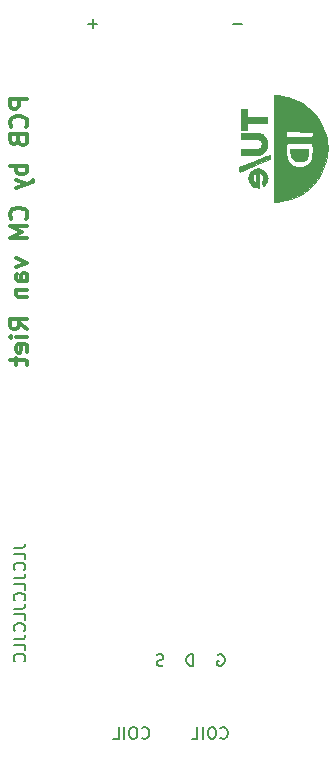
<source format=gbr>
G04 #@! TF.GenerationSoftware,KiCad,Pcbnew,(5.1.5)-3*
G04 #@! TF.CreationDate,2022-07-19T15:35:49+02:00*
G04 #@! TF.ProjectId,Wireless LEDs,57697265-6c65-4737-9320-4c4544732e6b,rev?*
G04 #@! TF.SameCoordinates,Original*
G04 #@! TF.FileFunction,Legend,Bot*
G04 #@! TF.FilePolarity,Positive*
%FSLAX46Y46*%
G04 Gerber Fmt 4.6, Leading zero omitted, Abs format (unit mm)*
G04 Created by KiCad (PCBNEW (5.1.5)-3) date 2022-07-19 15:35:49*
%MOMM*%
%LPD*%
G04 APERTURE LIST*
%ADD10C,0.150000*%
%ADD11C,0.300000*%
%ADD12C,0.010000*%
G04 APERTURE END LIST*
D10*
X28452380Y-63580952D02*
X29166666Y-63580952D01*
X29309523Y-63533333D01*
X29404761Y-63438095D01*
X29452380Y-63295238D01*
X29452380Y-63200000D01*
X29452380Y-64533333D02*
X29452380Y-64057142D01*
X28452380Y-64057142D01*
X29357142Y-65438095D02*
X29404761Y-65390476D01*
X29452380Y-65247619D01*
X29452380Y-65152380D01*
X29404761Y-65009523D01*
X29309523Y-64914285D01*
X29214285Y-64866666D01*
X29023809Y-64819047D01*
X28880952Y-64819047D01*
X28690476Y-64866666D01*
X28595238Y-64914285D01*
X28500000Y-65009523D01*
X28452380Y-65152380D01*
X28452380Y-65247619D01*
X28500000Y-65390476D01*
X28547619Y-65438095D01*
X28452380Y-66152380D02*
X29166666Y-66152380D01*
X29309523Y-66104761D01*
X29404761Y-66009523D01*
X29452380Y-65866666D01*
X29452380Y-65771428D01*
X29452380Y-67104761D02*
X29452380Y-66628571D01*
X28452380Y-66628571D01*
X29357142Y-68009523D02*
X29404761Y-67961904D01*
X29452380Y-67819047D01*
X29452380Y-67723809D01*
X29404761Y-67580952D01*
X29309523Y-67485714D01*
X29214285Y-67438095D01*
X29023809Y-67390476D01*
X28880952Y-67390476D01*
X28690476Y-67438095D01*
X28595238Y-67485714D01*
X28500000Y-67580952D01*
X28452380Y-67723809D01*
X28452380Y-67819047D01*
X28500000Y-67961904D01*
X28547619Y-68009523D01*
X28452380Y-68723809D02*
X29166666Y-68723809D01*
X29309523Y-68676190D01*
X29404761Y-68580952D01*
X29452380Y-68438095D01*
X29452380Y-68342857D01*
X29452380Y-69676190D02*
X29452380Y-69200000D01*
X28452380Y-69200000D01*
X29357142Y-70580952D02*
X29404761Y-70533333D01*
X29452380Y-70390476D01*
X29452380Y-70295238D01*
X29404761Y-70152380D01*
X29309523Y-70057142D01*
X29214285Y-70009523D01*
X29023809Y-69961904D01*
X28880952Y-69961904D01*
X28690476Y-70009523D01*
X28595238Y-70057142D01*
X28500000Y-70152380D01*
X28452380Y-70295238D01*
X28452380Y-70390476D01*
X28500000Y-70533333D01*
X28547619Y-70580952D01*
X28452380Y-71295238D02*
X29166666Y-71295238D01*
X29309523Y-71247619D01*
X29404761Y-71152380D01*
X29452380Y-71009523D01*
X29452380Y-70914285D01*
X29452380Y-72247619D02*
X29452380Y-71771428D01*
X28452380Y-71771428D01*
X29357142Y-73152380D02*
X29404761Y-73104761D01*
X29452380Y-72961904D01*
X29452380Y-72866666D01*
X29404761Y-72723809D01*
X29309523Y-72628571D01*
X29214285Y-72580952D01*
X29023809Y-72533333D01*
X28880952Y-72533333D01*
X28690476Y-72580952D01*
X28595238Y-72628571D01*
X28500000Y-72723809D01*
X28452380Y-72866666D01*
X28452380Y-72961904D01*
X28500000Y-73104761D01*
X28547619Y-73152380D01*
X43661904Y-73552380D02*
X43661904Y-72552380D01*
X43423809Y-72552380D01*
X43280952Y-72600000D01*
X43185714Y-72695238D01*
X43138095Y-72790476D01*
X43090476Y-72980952D01*
X43090476Y-73123809D01*
X43138095Y-73314285D01*
X43185714Y-73409523D01*
X43280952Y-73504761D01*
X43423809Y-73552380D01*
X43661904Y-73552380D01*
X45738095Y-72600000D02*
X45833333Y-72552380D01*
X45976190Y-72552380D01*
X46119047Y-72600000D01*
X46214285Y-72695238D01*
X46261904Y-72790476D01*
X46309523Y-72980952D01*
X46309523Y-73123809D01*
X46261904Y-73314285D01*
X46214285Y-73409523D01*
X46119047Y-73504761D01*
X45976190Y-73552380D01*
X45880952Y-73552380D01*
X45738095Y-73504761D01*
X45690476Y-73457142D01*
X45690476Y-73123809D01*
X45880952Y-73123809D01*
X41135714Y-73504761D02*
X40992857Y-73552380D01*
X40754761Y-73552380D01*
X40659523Y-73504761D01*
X40611904Y-73457142D01*
X40564285Y-73361904D01*
X40564285Y-73266666D01*
X40611904Y-73171428D01*
X40659523Y-73123809D01*
X40754761Y-73076190D01*
X40945238Y-73028571D01*
X41040476Y-72980952D01*
X41088095Y-72933333D01*
X41135714Y-72838095D01*
X41135714Y-72742857D01*
X41088095Y-72647619D01*
X41040476Y-72600000D01*
X40945238Y-72552380D01*
X40707142Y-72552380D01*
X40564285Y-72600000D01*
X45957142Y-79657142D02*
X46004761Y-79704761D01*
X46147619Y-79752380D01*
X46242857Y-79752380D01*
X46385714Y-79704761D01*
X46480952Y-79609523D01*
X46528571Y-79514285D01*
X46576190Y-79323809D01*
X46576190Y-79180952D01*
X46528571Y-78990476D01*
X46480952Y-78895238D01*
X46385714Y-78800000D01*
X46242857Y-78752380D01*
X46147619Y-78752380D01*
X46004761Y-78800000D01*
X45957142Y-78847619D01*
X45338095Y-78752380D02*
X45147619Y-78752380D01*
X45052380Y-78800000D01*
X44957142Y-78895238D01*
X44909523Y-79085714D01*
X44909523Y-79419047D01*
X44957142Y-79609523D01*
X45052380Y-79704761D01*
X45147619Y-79752380D01*
X45338095Y-79752380D01*
X45433333Y-79704761D01*
X45528571Y-79609523D01*
X45576190Y-79419047D01*
X45576190Y-79085714D01*
X45528571Y-78895238D01*
X45433333Y-78800000D01*
X45338095Y-78752380D01*
X44480952Y-79752380D02*
X44480952Y-78752380D01*
X43528571Y-79752380D02*
X44004761Y-79752380D01*
X44004761Y-78752380D01*
X39307142Y-79657142D02*
X39354761Y-79704761D01*
X39497619Y-79752380D01*
X39592857Y-79752380D01*
X39735714Y-79704761D01*
X39830952Y-79609523D01*
X39878571Y-79514285D01*
X39926190Y-79323809D01*
X39926190Y-79180952D01*
X39878571Y-78990476D01*
X39830952Y-78895238D01*
X39735714Y-78800000D01*
X39592857Y-78752380D01*
X39497619Y-78752380D01*
X39354761Y-78800000D01*
X39307142Y-78847619D01*
X38688095Y-78752380D02*
X38497619Y-78752380D01*
X38402380Y-78800000D01*
X38307142Y-78895238D01*
X38259523Y-79085714D01*
X38259523Y-79419047D01*
X38307142Y-79609523D01*
X38402380Y-79704761D01*
X38497619Y-79752380D01*
X38688095Y-79752380D01*
X38783333Y-79704761D01*
X38878571Y-79609523D01*
X38926190Y-79419047D01*
X38926190Y-79085714D01*
X38878571Y-78895238D01*
X38783333Y-78800000D01*
X38688095Y-78752380D01*
X37830952Y-79752380D02*
X37830952Y-78752380D01*
X36878571Y-79752380D02*
X37354761Y-79752380D01*
X37354761Y-78752380D01*
X34769047Y-19171428D02*
X35530952Y-19171428D01*
X35150000Y-19552380D02*
X35150000Y-18790476D01*
X47019047Y-19171428D02*
X47780952Y-19171428D01*
D11*
X29628571Y-25557142D02*
X28128571Y-25557142D01*
X28128571Y-26128571D01*
X28200000Y-26271428D01*
X28271428Y-26342857D01*
X28414285Y-26414285D01*
X28628571Y-26414285D01*
X28771428Y-26342857D01*
X28842857Y-26271428D01*
X28914285Y-26128571D01*
X28914285Y-25557142D01*
X29485714Y-27914285D02*
X29557142Y-27842857D01*
X29628571Y-27628571D01*
X29628571Y-27485714D01*
X29557142Y-27271428D01*
X29414285Y-27128571D01*
X29271428Y-27057142D01*
X28985714Y-26985714D01*
X28771428Y-26985714D01*
X28485714Y-27057142D01*
X28342857Y-27128571D01*
X28200000Y-27271428D01*
X28128571Y-27485714D01*
X28128571Y-27628571D01*
X28200000Y-27842857D01*
X28271428Y-27914285D01*
X28842857Y-29057142D02*
X28914285Y-29271428D01*
X28985714Y-29342857D01*
X29128571Y-29414285D01*
X29342857Y-29414285D01*
X29485714Y-29342857D01*
X29557142Y-29271428D01*
X29628571Y-29128571D01*
X29628571Y-28557142D01*
X28128571Y-28557142D01*
X28128571Y-29057142D01*
X28200000Y-29200000D01*
X28271428Y-29271428D01*
X28414285Y-29342857D01*
X28557142Y-29342857D01*
X28700000Y-29271428D01*
X28771428Y-29200000D01*
X28842857Y-29057142D01*
X28842857Y-28557142D01*
X29628571Y-31200000D02*
X28128571Y-31200000D01*
X28700000Y-31200000D02*
X28628571Y-31342857D01*
X28628571Y-31628571D01*
X28700000Y-31771428D01*
X28771428Y-31842857D01*
X28914285Y-31914285D01*
X29342857Y-31914285D01*
X29485714Y-31842857D01*
X29557142Y-31771428D01*
X29628571Y-31628571D01*
X29628571Y-31342857D01*
X29557142Y-31200000D01*
X28628571Y-32414285D02*
X29628571Y-32771428D01*
X28628571Y-33128571D02*
X29628571Y-32771428D01*
X29985714Y-32628571D01*
X30057142Y-32557142D01*
X30128571Y-32414285D01*
X29485714Y-35699999D02*
X29557142Y-35628571D01*
X29628571Y-35414285D01*
X29628571Y-35271428D01*
X29557142Y-35057142D01*
X29414285Y-34914285D01*
X29271428Y-34842857D01*
X28985714Y-34771428D01*
X28771428Y-34771428D01*
X28485714Y-34842857D01*
X28342857Y-34914285D01*
X28200000Y-35057142D01*
X28128571Y-35271428D01*
X28128571Y-35414285D01*
X28200000Y-35628571D01*
X28271428Y-35699999D01*
X29628571Y-36342857D02*
X28128571Y-36342857D01*
X29200000Y-36842857D01*
X28128571Y-37342857D01*
X29628571Y-37342857D01*
X28628571Y-39057142D02*
X29628571Y-39414285D01*
X28628571Y-39771428D01*
X29628571Y-40985714D02*
X28842857Y-40985714D01*
X28700000Y-40914285D01*
X28628571Y-40771428D01*
X28628571Y-40485714D01*
X28700000Y-40342857D01*
X29557142Y-40985714D02*
X29628571Y-40842857D01*
X29628571Y-40485714D01*
X29557142Y-40342857D01*
X29414285Y-40271428D01*
X29271428Y-40271428D01*
X29128571Y-40342857D01*
X29057142Y-40485714D01*
X29057142Y-40842857D01*
X28985714Y-40985714D01*
X28628571Y-41700000D02*
X29628571Y-41700000D01*
X28771428Y-41700000D02*
X28700000Y-41771428D01*
X28628571Y-41914285D01*
X28628571Y-42128571D01*
X28700000Y-42271428D01*
X28842857Y-42342857D01*
X29628571Y-42342857D01*
X29628571Y-45057142D02*
X28914285Y-44557142D01*
X29628571Y-44200000D02*
X28128571Y-44200000D01*
X28128571Y-44771428D01*
X28200000Y-44914285D01*
X28271428Y-44985714D01*
X28414285Y-45057142D01*
X28628571Y-45057142D01*
X28771428Y-44985714D01*
X28842857Y-44914285D01*
X28914285Y-44771428D01*
X28914285Y-44200000D01*
X29628571Y-45700000D02*
X28628571Y-45700000D01*
X28128571Y-45700000D02*
X28200000Y-45628571D01*
X28271428Y-45700000D01*
X28200000Y-45771428D01*
X28128571Y-45700000D01*
X28271428Y-45700000D01*
X29557142Y-46985714D02*
X29628571Y-46842857D01*
X29628571Y-46557142D01*
X29557142Y-46414285D01*
X29414285Y-46342857D01*
X28842857Y-46342857D01*
X28700000Y-46414285D01*
X28628571Y-46557142D01*
X28628571Y-46842857D01*
X28700000Y-46985714D01*
X28842857Y-47057142D01*
X28985714Y-47057142D01*
X29128571Y-46342857D01*
X28628571Y-47485714D02*
X28628571Y-48057142D01*
X28128571Y-47700000D02*
X29414285Y-47700000D01*
X29557142Y-47771428D01*
X29628571Y-47914285D01*
X29628571Y-48057142D01*
D12*
G36*
X51891568Y-30086887D02*
G01*
X51913428Y-30291016D01*
X51956855Y-30453950D01*
X52025402Y-30582050D01*
X52122623Y-30681673D01*
X52252070Y-30759178D01*
X52272337Y-30768350D01*
X52343704Y-30796105D01*
X52414108Y-30813365D01*
X52498659Y-30822253D01*
X52612468Y-30824894D01*
X52672973Y-30824648D01*
X52793088Y-30820895D01*
X52901733Y-30812643D01*
X52984018Y-30801269D01*
X53016103Y-30792934D01*
X53151453Y-30720931D01*
X53255675Y-30619349D01*
X53330991Y-30484167D01*
X53379623Y-30311368D01*
X53403792Y-30096930D01*
X53404098Y-30091092D01*
X53417613Y-29826276D01*
X51877482Y-29826276D01*
X51891568Y-30086887D01*
G37*
X51891568Y-30086887D02*
X51913428Y-30291016D01*
X51956855Y-30453950D01*
X52025402Y-30582050D01*
X52122623Y-30681673D01*
X52252070Y-30759178D01*
X52272337Y-30768350D01*
X52343704Y-30796105D01*
X52414108Y-30813365D01*
X52498659Y-30822253D01*
X52612468Y-30824894D01*
X52672973Y-30824648D01*
X52793088Y-30820895D01*
X52901733Y-30812643D01*
X52984018Y-30801269D01*
X53016103Y-30792934D01*
X53151453Y-30720931D01*
X53255675Y-30619349D01*
X53330991Y-30484167D01*
X53379623Y-30311368D01*
X53403792Y-30096930D01*
X53404098Y-30091092D01*
X53417613Y-29826276D01*
X51877482Y-29826276D01*
X51891568Y-30086887D01*
G36*
X47727728Y-28211762D02*
G01*
X47950200Y-28219108D01*
X48172673Y-28226454D01*
X48172673Y-27588839D01*
X49876176Y-27588839D01*
X49876176Y-27054905D01*
X48172673Y-27054905D01*
X48172673Y-26444694D01*
X47714356Y-26444694D01*
X47727728Y-28211762D01*
G37*
X47727728Y-28211762D02*
X47950200Y-28219108D01*
X48172673Y-28226454D01*
X48172673Y-27588839D01*
X49876176Y-27588839D01*
X49876176Y-27054905D01*
X48172673Y-27054905D01*
X48172673Y-26444694D01*
X47714356Y-26444694D01*
X47727728Y-28211762D01*
G36*
X48475966Y-28967068D02*
G01*
X48689428Y-28969401D01*
X48858040Y-28971875D01*
X48987801Y-28974937D01*
X49084711Y-28979030D01*
X49154769Y-28984603D01*
X49203975Y-28992099D01*
X49238329Y-29001966D01*
X49263830Y-29014649D01*
X49281652Y-29026946D01*
X49388976Y-29134434D01*
X49450729Y-29258954D01*
X49465342Y-29394062D01*
X49431247Y-29533313D01*
X49413824Y-29570141D01*
X49383125Y-29625884D01*
X49351765Y-29670503D01*
X49313990Y-29705234D01*
X49264047Y-29731315D01*
X49196184Y-29749982D01*
X49104646Y-29762474D01*
X48983680Y-29770025D01*
X48827534Y-29773875D01*
X48630453Y-29775260D01*
X48459105Y-29775425D01*
X47740440Y-29775425D01*
X47740440Y-30312072D01*
X48522272Y-30304359D01*
X48743041Y-30302043D01*
X48919160Y-30299630D01*
X49056831Y-30296669D01*
X49162254Y-30292709D01*
X49241629Y-30287299D01*
X49301157Y-30279988D01*
X49347038Y-30270324D01*
X49385472Y-30257857D01*
X49422661Y-30242135D01*
X49431231Y-30238223D01*
X49593267Y-30136949D01*
X49731175Y-29996768D01*
X49835448Y-29827475D01*
X49840453Y-29816549D01*
X49875243Y-29730744D01*
X49897364Y-29649552D01*
X49910113Y-29555445D01*
X49916786Y-29430895D01*
X49917516Y-29406757D01*
X49918118Y-29284792D01*
X49913758Y-29169855D01*
X49905302Y-29079402D01*
X49899739Y-29048521D01*
X49850677Y-28915698D01*
X49771592Y-28778273D01*
X49675542Y-28656406D01*
X49601731Y-28588479D01*
X49541934Y-28545586D01*
X49482985Y-28511039D01*
X49418683Y-28483945D01*
X49342829Y-28463412D01*
X49249227Y-28448547D01*
X49131675Y-28438460D01*
X48983976Y-28432257D01*
X48799931Y-28429046D01*
X48573341Y-28427935D01*
X48485876Y-28427878D01*
X47740440Y-28427878D01*
X47740440Y-28959611D01*
X48475966Y-28967068D01*
G37*
X48475966Y-28967068D02*
X48689428Y-28969401D01*
X48858040Y-28971875D01*
X48987801Y-28974937D01*
X49084711Y-28979030D01*
X49154769Y-28984603D01*
X49203975Y-28992099D01*
X49238329Y-29001966D01*
X49263830Y-29014649D01*
X49281652Y-29026946D01*
X49388976Y-29134434D01*
X49450729Y-29258954D01*
X49465342Y-29394062D01*
X49431247Y-29533313D01*
X49413824Y-29570141D01*
X49383125Y-29625884D01*
X49351765Y-29670503D01*
X49313990Y-29705234D01*
X49264047Y-29731315D01*
X49196184Y-29749982D01*
X49104646Y-29762474D01*
X48983680Y-29770025D01*
X48827534Y-29773875D01*
X48630453Y-29775260D01*
X48459105Y-29775425D01*
X47740440Y-29775425D01*
X47740440Y-30312072D01*
X48522272Y-30304359D01*
X48743041Y-30302043D01*
X48919160Y-30299630D01*
X49056831Y-30296669D01*
X49162254Y-30292709D01*
X49241629Y-30287299D01*
X49301157Y-30279988D01*
X49347038Y-30270324D01*
X49385472Y-30257857D01*
X49422661Y-30242135D01*
X49431231Y-30238223D01*
X49593267Y-30136949D01*
X49731175Y-29996768D01*
X49835448Y-29827475D01*
X49840453Y-29816549D01*
X49875243Y-29730744D01*
X49897364Y-29649552D01*
X49910113Y-29555445D01*
X49916786Y-29430895D01*
X49917516Y-29406757D01*
X49918118Y-29284792D01*
X49913758Y-29169855D01*
X49905302Y-29079402D01*
X49899739Y-29048521D01*
X49850677Y-28915698D01*
X49771592Y-28778273D01*
X49675542Y-28656406D01*
X49601731Y-28588479D01*
X49541934Y-28545586D01*
X49482985Y-28511039D01*
X49418683Y-28483945D01*
X49342829Y-28463412D01*
X49249227Y-28448547D01*
X49131675Y-28438460D01*
X48983976Y-28432257D01*
X48799931Y-28429046D01*
X48573341Y-28427935D01*
X48485876Y-28427878D01*
X47740440Y-28427878D01*
X47740440Y-28959611D01*
X48475966Y-28967068D01*
G36*
X48340947Y-32358353D02*
G01*
X48350413Y-32443858D01*
X48371353Y-32517752D01*
X48407562Y-32599582D01*
X48409408Y-32603349D01*
X48517085Y-32767169D01*
X48660216Y-32896990D01*
X48833694Y-32989480D01*
X49032411Y-33041312D01*
X49091481Y-33048052D01*
X49265966Y-33062680D01*
X49265966Y-31808153D01*
X49335886Y-31844675D01*
X49454663Y-31933135D01*
X49537532Y-32049738D01*
X49581923Y-32184227D01*
X49585265Y-32326345D01*
X49544989Y-32465838D01*
X49507904Y-32531080D01*
X49447371Y-32620280D01*
X49513495Y-32786942D01*
X49550345Y-32869334D01*
X49584923Y-32928910D01*
X49610097Y-32953505D01*
X49611223Y-32953603D01*
X49652075Y-32932452D01*
X49707020Y-32875769D01*
X49767829Y-32793713D01*
X49826271Y-32696442D01*
X49838433Y-32673144D01*
X49866761Y-32603219D01*
X49896012Y-32508958D01*
X49922310Y-32406303D01*
X49941782Y-32311194D01*
X49950553Y-32239573D01*
X49949475Y-32216266D01*
X49943411Y-32185706D01*
X49931169Y-32123586D01*
X49925054Y-32092488D01*
X49863009Y-31902040D01*
X49756237Y-31735640D01*
X49670020Y-31646547D01*
X49509424Y-31534121D01*
X49332258Y-31465709D01*
X49146737Y-31441174D01*
X48961079Y-31460381D01*
X48945717Y-31465814D01*
X48945717Y-31834885D01*
X48950830Y-31858891D01*
X48955206Y-31925237D01*
X48958528Y-32025413D01*
X48960478Y-32150909D01*
X48960861Y-32241691D01*
X48959969Y-32400800D01*
X48956969Y-32515040D01*
X48951375Y-32590372D01*
X48942703Y-32632751D01*
X48930466Y-32648135D01*
X48927710Y-32648498D01*
X48885773Y-32629128D01*
X48829684Y-32580061D01*
X48772019Y-32514860D01*
X48725352Y-32447092D01*
X48708166Y-32411658D01*
X48682391Y-32279497D01*
X48696299Y-32142264D01*
X48745708Y-32014759D01*
X48826438Y-31911783D01*
X48856152Y-31887877D01*
X48909284Y-31852767D01*
X48943195Y-31835312D01*
X48945717Y-31834885D01*
X48945717Y-31465814D01*
X48783500Y-31523195D01*
X48622217Y-31629480D01*
X48583695Y-31664479D01*
X48465247Y-31798388D01*
X48389181Y-31935112D01*
X48349276Y-32089337D01*
X48339157Y-32241691D01*
X48340947Y-32358353D01*
G37*
X48340947Y-32358353D02*
X48350413Y-32443858D01*
X48371353Y-32517752D01*
X48407562Y-32599582D01*
X48409408Y-32603349D01*
X48517085Y-32767169D01*
X48660216Y-32896990D01*
X48833694Y-32989480D01*
X49032411Y-33041312D01*
X49091481Y-33048052D01*
X49265966Y-33062680D01*
X49265966Y-31808153D01*
X49335886Y-31844675D01*
X49454663Y-31933135D01*
X49537532Y-32049738D01*
X49581923Y-32184227D01*
X49585265Y-32326345D01*
X49544989Y-32465838D01*
X49507904Y-32531080D01*
X49447371Y-32620280D01*
X49513495Y-32786942D01*
X49550345Y-32869334D01*
X49584923Y-32928910D01*
X49610097Y-32953505D01*
X49611223Y-32953603D01*
X49652075Y-32932452D01*
X49707020Y-32875769D01*
X49767829Y-32793713D01*
X49826271Y-32696442D01*
X49838433Y-32673144D01*
X49866761Y-32603219D01*
X49896012Y-32508958D01*
X49922310Y-32406303D01*
X49941782Y-32311194D01*
X49950553Y-32239573D01*
X49949475Y-32216266D01*
X49943411Y-32185706D01*
X49931169Y-32123586D01*
X49925054Y-32092488D01*
X49863009Y-31902040D01*
X49756237Y-31735640D01*
X49670020Y-31646547D01*
X49509424Y-31534121D01*
X49332258Y-31465709D01*
X49146737Y-31441174D01*
X48961079Y-31460381D01*
X48945717Y-31465814D01*
X48945717Y-31834885D01*
X48950830Y-31858891D01*
X48955206Y-31925237D01*
X48958528Y-32025413D01*
X48960478Y-32150909D01*
X48960861Y-32241691D01*
X48959969Y-32400800D01*
X48956969Y-32515040D01*
X48951375Y-32590372D01*
X48942703Y-32632751D01*
X48930466Y-32648135D01*
X48927710Y-32648498D01*
X48885773Y-32629128D01*
X48829684Y-32580061D01*
X48772019Y-32514860D01*
X48725352Y-32447092D01*
X48708166Y-32411658D01*
X48682391Y-32279497D01*
X48696299Y-32142264D01*
X48745708Y-32014759D01*
X48826438Y-31911783D01*
X48856152Y-31887877D01*
X48909284Y-31852767D01*
X48943195Y-31835312D01*
X48945717Y-31834885D01*
X48945717Y-31465814D01*
X48783500Y-31523195D01*
X48622217Y-31629480D01*
X48583695Y-31664479D01*
X48465247Y-31798388D01*
X48389181Y-31935112D01*
X48349276Y-32089337D01*
X48339157Y-32241691D01*
X48340947Y-32358353D01*
G36*
X47564857Y-31611878D02*
G01*
X47571180Y-31677793D01*
X47580136Y-31707226D01*
X47581532Y-31707719D01*
X47607984Y-31698344D01*
X47677150Y-31671398D01*
X47784708Y-31628624D01*
X47926332Y-31571767D01*
X48097698Y-31502572D01*
X48294481Y-31422783D01*
X48512358Y-31334145D01*
X48747004Y-31238401D01*
X48897297Y-31176937D01*
X50193994Y-30646194D01*
X50201465Y-30449861D01*
X50202309Y-30358126D01*
X50197783Y-30291988D01*
X50188807Y-30262692D01*
X50186139Y-30262374D01*
X50158970Y-30273409D01*
X50089083Y-30301945D01*
X49980812Y-30346207D01*
X49838494Y-30404422D01*
X49666467Y-30474814D01*
X49469066Y-30555609D01*
X49250628Y-30645034D01*
X49015490Y-30741313D01*
X48862902Y-30803800D01*
X47562463Y-31336379D01*
X47562463Y-31522068D01*
X47564857Y-31611878D01*
G37*
X47564857Y-31611878D02*
X47571180Y-31677793D01*
X47580136Y-31707226D01*
X47581532Y-31707719D01*
X47607984Y-31698344D01*
X47677150Y-31671398D01*
X47784708Y-31628624D01*
X47926332Y-31571767D01*
X48097698Y-31502572D01*
X48294481Y-31422783D01*
X48512358Y-31334145D01*
X48747004Y-31238401D01*
X48897297Y-31176937D01*
X50193994Y-30646194D01*
X50201465Y-30449861D01*
X50202309Y-30358126D01*
X50197783Y-30291988D01*
X50188807Y-30262692D01*
X50186139Y-30262374D01*
X50158970Y-30273409D01*
X50089083Y-30301945D01*
X49980812Y-30346207D01*
X49838494Y-30404422D01*
X49666467Y-30474814D01*
X49469066Y-30555609D01*
X49250628Y-30645034D01*
X49015490Y-30741313D01*
X48862902Y-30803800D01*
X47562463Y-31336379D01*
X47562463Y-31522068D01*
X47564857Y-31611878D01*
G36*
X50658008Y-34250091D02*
G01*
X50740379Y-34246986D01*
X50852538Y-34238918D01*
X50973839Y-34227444D01*
X51007608Y-34223721D01*
X51480433Y-34145190D01*
X51934368Y-34021283D01*
X52367016Y-33854392D01*
X52775983Y-33646910D01*
X53158871Y-33401227D01*
X53513286Y-33119736D01*
X53836831Y-32804828D01*
X54127110Y-32458896D01*
X54381728Y-32084330D01*
X54598288Y-31683524D01*
X54774395Y-31258868D01*
X54907653Y-30812755D01*
X54995665Y-30347577D01*
X55010412Y-30227729D01*
X55022363Y-30080094D01*
X55029964Y-29904942D01*
X55033010Y-29720037D01*
X55031299Y-29543144D01*
X55024627Y-29392026D01*
X55020564Y-29343193D01*
X54990725Y-29117119D01*
X54945752Y-28870232D01*
X54890789Y-28628356D01*
X54845331Y-28463218D01*
X54683517Y-28013507D01*
X54479526Y-27589875D01*
X54236035Y-27194440D01*
X53955719Y-26829321D01*
X53641253Y-26496635D01*
X53295314Y-26198502D01*
X52920577Y-25937039D01*
X52519717Y-25714365D01*
X52095411Y-25532598D01*
X51650334Y-25393857D01*
X51560325Y-25375669D01*
X51560325Y-28300215D01*
X53753063Y-28313463D01*
X53769359Y-28389740D01*
X53776947Y-28466176D01*
X53774632Y-28559976D01*
X53764220Y-28652433D01*
X53747519Y-28724843D01*
X53734345Y-28752052D01*
X53716437Y-28760257D01*
X53674418Y-28767036D01*
X53604583Y-28772497D01*
X53503224Y-28776749D01*
X53366637Y-28779898D01*
X53191116Y-28782054D01*
X52972954Y-28783325D01*
X52708446Y-28783819D01*
X52647548Y-28783833D01*
X52647548Y-29305055D01*
X52905870Y-29305140D01*
X53118074Y-29305541D01*
X53288892Y-29306472D01*
X53423055Y-29308149D01*
X53525296Y-29310789D01*
X53600348Y-29314606D01*
X53652942Y-29319817D01*
X53687810Y-29326637D01*
X53709685Y-29335283D01*
X53723299Y-29345968D01*
X53730178Y-29354409D01*
X53744471Y-29400007D01*
X53755360Y-29486692D01*
X53762765Y-29604809D01*
X53766604Y-29744701D01*
X53766794Y-29896713D01*
X53763254Y-30051191D01*
X53755903Y-30198477D01*
X53744658Y-30328918D01*
X53738824Y-30375853D01*
X53684647Y-30626043D01*
X53596727Y-30838273D01*
X53474601Y-31013033D01*
X53317805Y-31150811D01*
X53125875Y-31252097D01*
X52898349Y-31317379D01*
X52836285Y-31328066D01*
X52593413Y-31343995D01*
X52364805Y-31317968D01*
X52155617Y-31252380D01*
X51971003Y-31149624D01*
X51816117Y-31012097D01*
X51696115Y-30842191D01*
X51667652Y-30785187D01*
X51615768Y-30648888D01*
X51577124Y-30493035D01*
X51550629Y-30310049D01*
X51535196Y-30092349D01*
X51529735Y-29832358D01*
X51529716Y-29824779D01*
X51530420Y-29656618D01*
X51533684Y-29532453D01*
X51540018Y-29445470D01*
X51549931Y-29388856D01*
X51563933Y-29355796D01*
X51564917Y-29354409D01*
X51575637Y-29342230D01*
X51591436Y-29332236D01*
X51617047Y-29324213D01*
X51657201Y-29317943D01*
X51716631Y-29313213D01*
X51800069Y-29309805D01*
X51912247Y-29307504D01*
X52057897Y-29306095D01*
X52241752Y-29305362D01*
X52468544Y-29305088D01*
X52647548Y-29305055D01*
X52647548Y-28783833D01*
X52645329Y-28783834D01*
X52384784Y-28783753D01*
X52170442Y-28783373D01*
X51997656Y-28782482D01*
X51861778Y-28780872D01*
X51758162Y-28778332D01*
X51682158Y-28774653D01*
X51629120Y-28769626D01*
X51594401Y-28763041D01*
X51573352Y-28754687D01*
X51561327Y-28744356D01*
X51555149Y-28734654D01*
X51539718Y-28677756D01*
X51531170Y-28589968D01*
X51530036Y-28490852D01*
X51536846Y-28399972D01*
X51544924Y-28357690D01*
X51560325Y-28300215D01*
X51560325Y-25375669D01*
X51187161Y-25300260D01*
X50797848Y-25258818D01*
X50537237Y-25242057D01*
X50537237Y-34250300D01*
X50658008Y-34250091D01*
G37*
X50658008Y-34250091D02*
X50740379Y-34246986D01*
X50852538Y-34238918D01*
X50973839Y-34227444D01*
X51007608Y-34223721D01*
X51480433Y-34145190D01*
X51934368Y-34021283D01*
X52367016Y-33854392D01*
X52775983Y-33646910D01*
X53158871Y-33401227D01*
X53513286Y-33119736D01*
X53836831Y-32804828D01*
X54127110Y-32458896D01*
X54381728Y-32084330D01*
X54598288Y-31683524D01*
X54774395Y-31258868D01*
X54907653Y-30812755D01*
X54995665Y-30347577D01*
X55010412Y-30227729D01*
X55022363Y-30080094D01*
X55029964Y-29904942D01*
X55033010Y-29720037D01*
X55031299Y-29543144D01*
X55024627Y-29392026D01*
X55020564Y-29343193D01*
X54990725Y-29117119D01*
X54945752Y-28870232D01*
X54890789Y-28628356D01*
X54845331Y-28463218D01*
X54683517Y-28013507D01*
X54479526Y-27589875D01*
X54236035Y-27194440D01*
X53955719Y-26829321D01*
X53641253Y-26496635D01*
X53295314Y-26198502D01*
X52920577Y-25937039D01*
X52519717Y-25714365D01*
X52095411Y-25532598D01*
X51650334Y-25393857D01*
X51560325Y-25375669D01*
X51560325Y-28300215D01*
X53753063Y-28313463D01*
X53769359Y-28389740D01*
X53776947Y-28466176D01*
X53774632Y-28559976D01*
X53764220Y-28652433D01*
X53747519Y-28724843D01*
X53734345Y-28752052D01*
X53716437Y-28760257D01*
X53674418Y-28767036D01*
X53604583Y-28772497D01*
X53503224Y-28776749D01*
X53366637Y-28779898D01*
X53191116Y-28782054D01*
X52972954Y-28783325D01*
X52708446Y-28783819D01*
X52647548Y-28783833D01*
X52647548Y-29305055D01*
X52905870Y-29305140D01*
X53118074Y-29305541D01*
X53288892Y-29306472D01*
X53423055Y-29308149D01*
X53525296Y-29310789D01*
X53600348Y-29314606D01*
X53652942Y-29319817D01*
X53687810Y-29326637D01*
X53709685Y-29335283D01*
X53723299Y-29345968D01*
X53730178Y-29354409D01*
X53744471Y-29400007D01*
X53755360Y-29486692D01*
X53762765Y-29604809D01*
X53766604Y-29744701D01*
X53766794Y-29896713D01*
X53763254Y-30051191D01*
X53755903Y-30198477D01*
X53744658Y-30328918D01*
X53738824Y-30375853D01*
X53684647Y-30626043D01*
X53596727Y-30838273D01*
X53474601Y-31013033D01*
X53317805Y-31150811D01*
X53125875Y-31252097D01*
X52898349Y-31317379D01*
X52836285Y-31328066D01*
X52593413Y-31343995D01*
X52364805Y-31317968D01*
X52155617Y-31252380D01*
X51971003Y-31149624D01*
X51816117Y-31012097D01*
X51696115Y-30842191D01*
X51667652Y-30785187D01*
X51615768Y-30648888D01*
X51577124Y-30493035D01*
X51550629Y-30310049D01*
X51535196Y-30092349D01*
X51529735Y-29832358D01*
X51529716Y-29824779D01*
X51530420Y-29656618D01*
X51533684Y-29532453D01*
X51540018Y-29445470D01*
X51549931Y-29388856D01*
X51563933Y-29355796D01*
X51564917Y-29354409D01*
X51575637Y-29342230D01*
X51591436Y-29332236D01*
X51617047Y-29324213D01*
X51657201Y-29317943D01*
X51716631Y-29313213D01*
X51800069Y-29309805D01*
X51912247Y-29307504D01*
X52057897Y-29306095D01*
X52241752Y-29305362D01*
X52468544Y-29305088D01*
X52647548Y-29305055D01*
X52647548Y-28783833D01*
X52645329Y-28783834D01*
X52384784Y-28783753D01*
X52170442Y-28783373D01*
X51997656Y-28782482D01*
X51861778Y-28780872D01*
X51758162Y-28778332D01*
X51682158Y-28774653D01*
X51629120Y-28769626D01*
X51594401Y-28763041D01*
X51573352Y-28754687D01*
X51561327Y-28744356D01*
X51555149Y-28734654D01*
X51539718Y-28677756D01*
X51531170Y-28589968D01*
X51530036Y-28490852D01*
X51536846Y-28399972D01*
X51544924Y-28357690D01*
X51560325Y-28300215D01*
X51560325Y-25375669D01*
X51187161Y-25300260D01*
X50797848Y-25258818D01*
X50537237Y-25242057D01*
X50537237Y-34250300D01*
X50658008Y-34250091D01*
M02*

</source>
